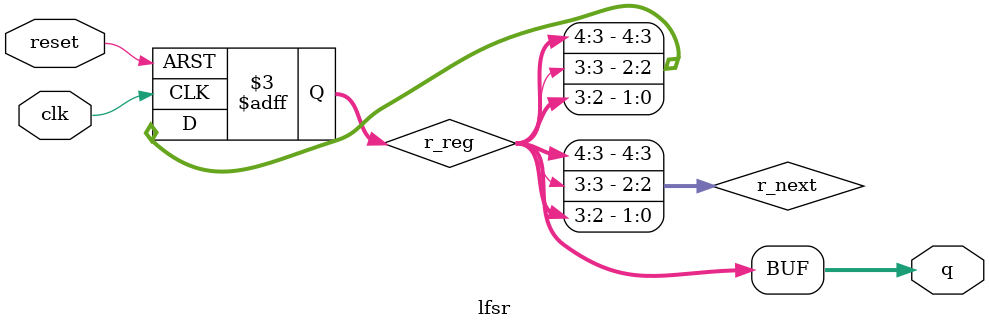
<source format=v>
module lfsr( 
    input clk,
    input reset,
    output [4:0] q
); 
reg [4:0] r_reg;
wire [4:0] r_next;
wire feedback_value;
// on reset set the value of r_reg to 1
// otherwise assign r_next to r_reg
// assign the xor of bit positions 2 and 4 of r_reg to feedback_value
// assign feedback value concatenated with 4 MSBs of r_reg to r_next
// assign r_reg to the output q
assign q = r_reg;
always @ (posedge clk or posedge reset)
begin
if (reset)
r_reg <= 5'b1;
else
r_reg <= r_next;
end
assign feedback_value = r_reg[2] ^ r_reg[4];
assign r_next = {r_reg[4], r_reg[3], r_reg[3], r_reg[3], r_reg[2]};
endmodule

</source>
